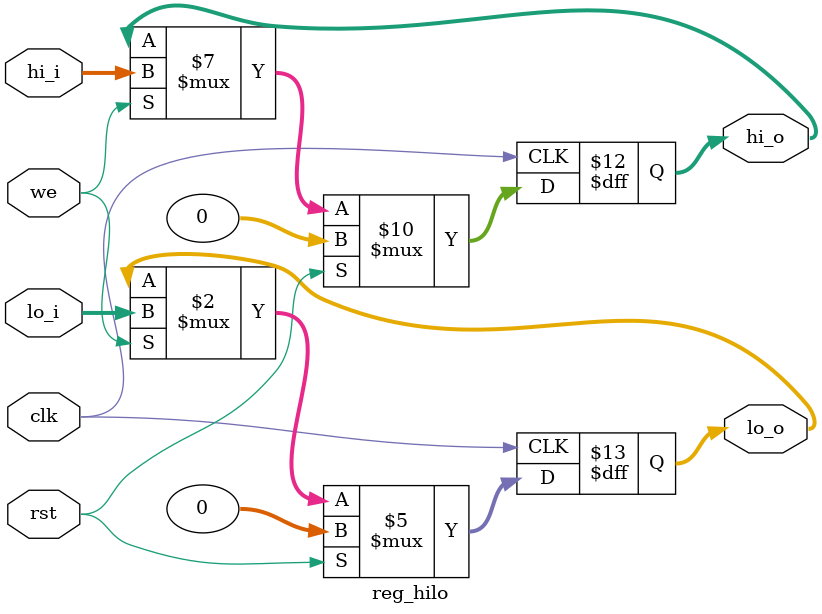
<source format=v>
module reg_hilo (
    output reg [31:0] hi_o,
    output reg [31:0] lo_o,
    input             we  ,
    input      [31:0] hi_i,
    input      [31:0] lo_i,
    input             clk ,
    input             rst
);

    always @(posedge clk) begin
        if (rst) begin
            hi_o <= 0;
            lo_o <= 0;
        end else if (we) begin
            hi_o <= hi_i;
            lo_o <= lo_i;
        end
    end

endmodule // reg_hilo
</source>
